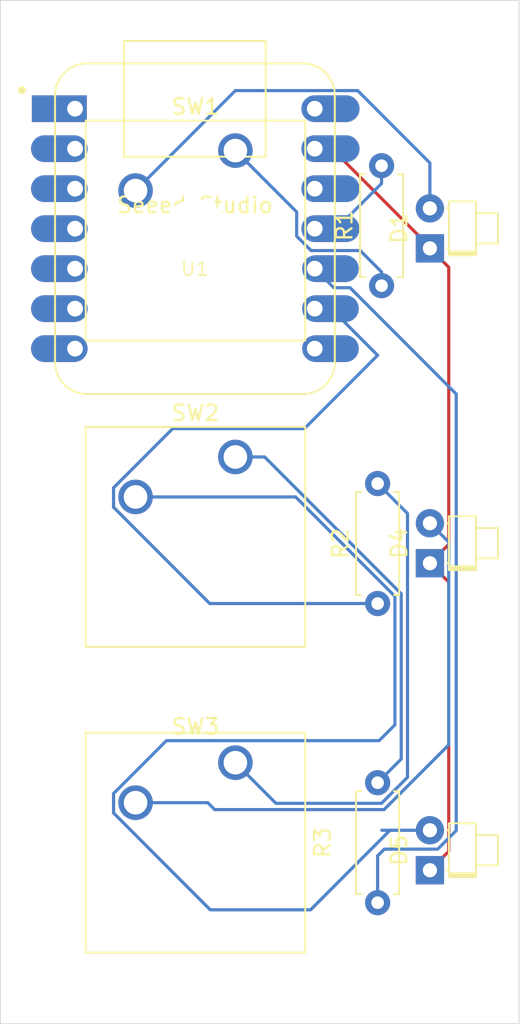
<source format=kicad_pcb>
(kicad_pcb (version 20240108) (generator "pcbnew") (generator_version "8.0")
  (layers (0 "F.Cu" signal) (31 "B.Cu" signal) (34 "B.Paste" user) (35 "F.Paste" user) (36 "B.SilkS" user "B.Silkscreen") (37 "F.SilkS" user "F.Silkscreen") (38 "B.Mask" user) (39 "F.Mask" user) (44 "Edge.Cuts" user))
  (net 0 "")
  (net 1 "GND")
  (net 2 "Net-(D1-A)")
  (net 3 "Net-(D4-A)")
  (net 4 "Net-(D5-A)")
  (net 5 "Net-(U1-PA6_A10_D10_MOSI)")
  (net 6 "Net-(R1-Pad1)")
  (net 7 "Net-(U1-PA7_A8_D8_SCK)")
  (net 8 "Net-(R2-Pad2)")
  (net 9 "Net-(U1-PA5_A9_D9_MISO)")
  (net 10 "Net-(R3-Pad2)")
  (footprint "Button_Switch_Keyboard:SW_Cherry_MX_1.00u_PCB" (layer "F.Cu") (at 147.45 79.5)
    (property "Reference" "SW2" (at -2.54 -2.794 0) (layer "F.SilkS"))
    (property "Value" "SW_Push")
    (fp_line (start -9.525 -1.905) (end 4.445 -1.905) (stroke (width 0.12)) (layer "F.SilkS"))
    (fp_line (start -9.525 12.065) (end -9.525 -1.905) (stroke (width 0.12)) (layer "F.SilkS"))
    (fp_line (start 4.445 -1.905) (end 4.445 12.065) (stroke (width 0.12)) (layer "F.SilkS"))
    (fp_line (start 4.445 12.065) (end -9.525 12.065) (stroke (width 0.12)) (layer "F.SilkS"))
    (pad "" np_thru_hole circle (at -7.62 5.08) (size 1.7 1.7) (drill 1.7) (layers "*.Cu" "*.Mask"))
    (pad "" np_thru_hole circle (at -2.54 5.08) (size 4 4) (drill 4) (layers "*.Cu" "*.Mask"))
    (pad "" np_thru_hole circle (at 2.54 5.08) (size 1.7 1.7) (drill 1.7) (layers "*.Cu" "*.Mask"))
    (pad "1" thru_hole circle (at 0 0) (size 2.2 2.2) (drill 1.5) (layers "*.Cu" "*.Mask") (net 10 "Net-(R3-Pad2)"))
    (pad "2" thru_hole circle (at -6.35 2.54) (size 2.2 2.2) (drill 1.5) (layers "*.Cu" "*.Mask") (net 4 "Net-(D5-A)"))
  )
  (footprint "Resistor_THT:R_Axial_DIN0207_L6.3mm_D2.5mm_P7.62mm_Horizontal" (layer "F.Cu") (at 156.75 68.62 90)
    (property "Reference" "R1" (at 3.81 -2.37 90) (layer "F.SilkS"))
    (property "Value" "R")
    (fp_line (start 7.08 -1.37) (end 7.08 -1.04) (stroke (width 0.12)) (layer "F.SilkS"))
    (fp_line (start 0.54 -1.37) (end 7.08 -1.37) (stroke (width 0.12)) (layer "F.SilkS"))
    (fp_line (start 0.54 -1.04) (end 0.54 -1.37) (stroke (width 0.12)) (layer "F.SilkS"))
    (fp_line (start 0.54 1.04) (end 0.54 1.37) (stroke (width 0.12)) (layer "F.SilkS"))
    (fp_line (start 7.08 1.37) (end 7.08 1.04) (stroke (width 0.12)) (layer "F.SilkS"))
    (fp_line (start 0.54 1.37) (end 7.08 1.37) (stroke (width 0.12)) (layer "F.SilkS"))
    (pad "1" thru_hole circle (at 0 0 90) (size 1.6 1.6) (drill 0.8) (layers "*.Cu" "*.Mask") (net 6 "Net-(R1-Pad1)"))
    (pad "2" thru_hole oval (at 7.62 0 90) (size 1.6 1.6) (drill 0.8) (layers "*.Cu" "*.Mask") (net 5 "Net-(U1-PA6_A10_D10_MOSI)"))
  )
  (footprint "Resistor_THT:R_Axial_DIN0207_L6.3mm_D2.5mm_P7.62mm_Horizontal" (layer "F.Cu") (at 156.5 88.81 90)
    (property "Reference" "R2" (at 3.81 -2.37 90) (layer "F.SilkS"))
    (property "Value" "R")
    (fp_line (start 7.08 -1.37) (end 7.08 -1.04) (stroke (width 0.12)) (layer "F.SilkS"))
    (fp_line (start 0.54 -1.37) (end 7.08 -1.37) (stroke (width 0.12)) (layer "F.SilkS"))
    (fp_line (start 0.54 -1.04) (end 0.54 -1.37) (stroke (width 0.12)) (layer "F.SilkS"))
    (fp_line (start 0.54 1.04) (end 0.54 1.37) (stroke (width 0.12)) (layer "F.SilkS"))
    (fp_line (start 7.08 1.37) (end 7.08 1.04) (stroke (width 0.12)) (layer "F.SilkS"))
    (fp_line (start 0.54 1.37) (end 7.08 1.37) (stroke (width 0.12)) (layer "F.SilkS"))
    (pad "1" thru_hole circle (at 0 0 90) (size 1.6 1.6) (drill 0.8) (layers "*.Cu" "*.Mask") (net 7 "Net-(U1-PA7_A8_D8_SCK)"))
    (pad "2" thru_hole oval (at 7.62 0 90) (size 1.6 1.6) (drill 0.8) (layers "*.Cu" "*.Mask") (net 8 "Net-(R2-Pad2)"))
  )
  (footprint "Button_Switch_Keyboard:SW_Cherry_MX_1.00u_PCB" (layer "F.Cu") (at 147.45 98.92)
    (property "Reference" "SW3" (at -2.54 -2.294 0) (layer "F.SilkS"))
    (property "Value" "SW_Push")
    (fp_line (start -9.525 -1.905) (end 4.445 -1.905) (stroke (width 0.12)) (layer "F.SilkS"))
    (fp_line (start -9.525 12.065) (end -9.525 -1.905) (stroke (width 0.12)) (layer "F.SilkS"))
    (fp_line (start 4.445 -1.905) (end 4.445 12.065) (stroke (width 0.12)) (layer "F.SilkS"))
    (fp_line (start 4.445 12.065) (end -9.525 12.065) (stroke (width 0.12)) (layer "F.SilkS"))
    (pad "" np_thru_hole circle (at -7.62 5.08) (size 1.7 1.7) (drill 1.7) (layers "*.Cu" "*.Mask"))
    (pad "" np_thru_hole circle (at -2.54 5.08) (size 4 4) (drill 4) (layers "*.Cu" "*.Mask"))
    (pad "" np_thru_hole circle (at 2.54 5.08) (size 1.7 1.7) (drill 1.7) (layers "*.Cu" "*.Mask"))
    (pad "1" thru_hole circle (at 0 0) (size 2.2 2.2) (drill 1.5) (layers "*.Cu" "*.Mask") (net 8 "Net-(R2-Pad2)"))
    (pad "2" thru_hole circle (at -6.35 2.54) (size 2.2 2.2) (drill 1.5) (layers "*.Cu" "*.Mask") (net 3 "Net-(D4-A)"))
  )
  (footprint "Button_Switch_Keyboard:SW_Cherry_MX_1.00u_PCB" (layer "F.Cu") (at 147.45 60.04)
    (property "Reference" "SW1" (at -2.54 -2.794 0) (layer "F.SilkS"))
    (property "Value" "SW_Push")
    (fp_line (start -9.525 -1.905) (end 4.445 -1.905) (stroke (width 0.12)) (layer "F.SilkS"))
    (fp_line (start -9.525 12.065) (end -9.525 -1.905) (stroke (width 0.12)) (layer "F.SilkS"))
    (fp_line (start 4.445 -1.905) (end 4.445 12.065) (stroke (width 0.12)) (layer "F.SilkS"))
    (fp_line (start 4.445 12.065) (end -9.525 12.065) (stroke (width 0.12)) (layer "F.SilkS"))
    (pad "" np_thru_hole circle (at -7.62 5.08) (size 1.7 1.7) (drill 1.7) (layers "*.Cu" "*.Mask"))
    (pad "" np_thru_hole circle (at -2.54 5.08) (size 4 4) (drill 4) (layers "*.Cu" "*.Mask"))
    (pad "" np_thru_hole circle (at 2.54 5.08) (size 1.7 1.7) (drill 1.7) (layers "*.Cu" "*.Mask"))
    (pad "1" thru_hole circle (at 0 0) (size 2.2 2.2) (drill 1.5) (layers "*.Cu" "*.Mask") (net 6 "Net-(R1-Pad1)"))
    (pad "2" thru_hole circle (at -6.35 2.54) (size 2.2 2.2) (drill 1.5) (layers "*.Cu" "*.Mask") (net 2 "Net-(D1-A)"))
  )
  (footprint "LED_THT:LED_D1.8mm_W1.8mm_H2.4mm_Horizontal_O1.27mm_Z8.2mm" (layer "F.Cu") (at 159.825 66.25 90)
    (property "Reference" "D1" (at 1.27 -1.96 90) (layer "F.SilkS"))
    (property "Value" "LED")
    (fp_line (start 2.54 1.08) (end 2.54 1.08) (stroke (width 0.12)) (layer "F.SilkS"))
    (fp_line (start 2.54 1.08) (end 2.54 1.21) (stroke (width 0.12)) (layer "F.SilkS"))
    (fp_line (start 0 1.08) (end 0 1.08) (stroke (width 0.12)) (layer "F.SilkS"))
    (fp_line (start 0 1.08) (end 0 1.21) (stroke (width 0.12)) (layer "F.SilkS"))
    (fp_line (start 2.98 1.21) (end -0.44 1.21) (stroke (width 0.12)) (layer "F.SilkS"))
    (fp_line (start 2.54 1.21) (end 2.54 1.08) (stroke (width 0.12)) (layer "F.SilkS"))
    (fp_line (start 2.54 1.21) (end 2.54 1.21) (stroke (width 0.12)) (layer "F.SilkS"))
    (fp_line (start 0 1.21) (end 0 1.08) (stroke (width 0.12)) (layer "F.SilkS"))
    (fp_line (start 0 1.21) (end 0 1.21) (stroke (width 0.12)) (layer "F.SilkS"))
    (fp_line (start -0.2 1.21) (end -0.2 2.93) (stroke (width 0.12)) (layer "F.SilkS"))
    (fp_line (start -0.32 1.21) (end -0.32 2.93) (stroke (width 0.12)) (layer "F.SilkS"))
    (fp_line (start -0.44 1.21) (end -0.44 2.93) (stroke (width 0.12)) (layer "F.SilkS"))
    (fp_line (start 2.98 2.93) (end 2.98 1.21) (stroke (width 0.12)) (layer "F.SilkS"))
    (fp_line (start 2.23 2.93) (end 0.31 2.93) (stroke (width 0.12)) (layer "F.SilkS"))
    (fp_line (start 0.31 2.93) (end 0.31 4.33) (stroke (width 0.12)) (layer "F.SilkS"))
    (fp_line (start -0.44 2.93) (end 2.98 2.93) (stroke (width 0.12)) (layer "F.SilkS"))
    (fp_line (start 2.23 4.33) (end 2.23 2.93) (stroke (width 0.12)) (layer "F.SilkS"))
    (fp_line (start 0.31 4.33) (end 2.23 4.33) (stroke (width 0.12)) (layer "F.SilkS"))
    (pad "1" thru_hole rect (at 0 0 90) (size 1.8 1.8) (drill 0.9) (layers "*.Cu" "*.Mask") (net 1 "GND"))
    (pad "2" thru_hole circle (at 2.54 0 90) (size 1.8 1.8) (drill 0.9) (layers "*.Cu" "*.Mask") (net 2 "Net-(D1-A)"))
  )
  (footprint "LED_THT:LED_D1.8mm_W1.8mm_H2.4mm_Horizontal_O1.27mm_Z8.2mm" (layer "F.Cu") (at 159.825 105.75 90)
    (property "Reference" "D5" (at 1.27 -1.96 90) (layer "F.SilkS"))
    (property "Value" "LED")
    (fp_line (start 2.54 1.08) (end 2.54 1.08) (stroke (width 0.12)) (layer "F.SilkS"))
    (fp_line (start 2.54 1.08) (end 2.54 1.21) (stroke (width 0.12)) (layer "F.SilkS"))
    (fp_line (start 0 1.08) (end 0 1.08) (stroke (width 0.12)) (layer "F.SilkS"))
    (fp_line (start 0 1.08) (end 0 1.21) (stroke (width 0.12)) (layer "F.SilkS"))
    (fp_line (start 2.98 1.21) (end -0.44 1.21) (stroke (width 0.12)) (layer "F.SilkS"))
    (fp_line (start 2.54 1.21) (end 2.54 1.08) (stroke (width 0.12)) (layer "F.SilkS"))
    (fp_line (start 2.54 1.21) (end 2.54 1.21) (stroke (width 0.12)) (layer "F.SilkS"))
    (fp_line (start 0 1.21) (end 0 1.08) (stroke (width 0.12)) (layer "F.SilkS"))
    (fp_line (start 0 1.21) (end 0 1.21) (stroke (width 0.12)) (layer "F.SilkS"))
    (fp_line (start -0.2 1.21) (end -0.2 2.93) (stroke (width 0.12)) (layer "F.SilkS"))
    (fp_line (start -0.32 1.21) (end -0.32 2.93) (stroke (width 0.12)) (layer "F.SilkS"))
    (fp_line (start -0.44 1.21) (end -0.44 2.93) (stroke (width 0.12)) (layer "F.SilkS"))
    (fp_line (start 2.98 2.93) (end 2.98 1.21) (stroke (width 0.12)) (layer "F.SilkS"))
    (fp_line (start 2.23 2.93) (end 0.31 2.93) (stroke (width 0.12)) (layer "F.SilkS"))
    (fp_line (start 0.31 2.93) (end 0.31 4.33) (stroke (width 0.12)) (layer "F.SilkS"))
    (fp_line (start -0.44 2.93) (end 2.98 2.93) (stroke (width 0.12)) (layer "F.SilkS"))
    (fp_line (start 2.23 4.33) (end 2.23 2.93) (stroke (width 0.12)) (layer "F.SilkS"))
    (fp_line (start 0.31 4.33) (end 2.23 4.33) (stroke (width 0.12)) (layer "F.SilkS"))
    (pad "1" thru_hole rect (at 0 0 90) (size 1.8 1.8) (drill 0.9) (layers "*.Cu" "*.Mask") (net 1 "GND"))
    (pad "2" thru_hole circle (at 2.54 0 90) (size 1.8 1.8) (drill 0.9) (layers "*.Cu" "*.Mask") (net 4 "Net-(D5-A)"))
  )
  (footprint "footprints:XIAO-Generic-Hybrid-14P-2.54-21X17.8MM" (layer "F.Cu") (at 144.875 65)
    (property "Reference" "U1" (at 0 2.54 0) (layer "F.SilkS") (effects (font (size 0.889 0.889) (thickness 0.1016))))
    (property "Value" "Seeed Studio XIAO SAMD21" (hide yes))
    (fp_line (start -8.9 -8.5) (end -8.9 8.5) (stroke (width 0.127)) (layer "F.SilkS"))
    (fp_line (start -6.9 10.5) (end 6.9 10.5) (stroke (width 0.127)) (layer "F.SilkS"))
    (fp_line (start -4.5 -11.92403) (end 4.5 -11.92403) (stroke (width 0.127)) (layer "F.SilkS"))
    (fp_line (start -4.5 -4.57073) (end -4.5 -11.92403) (stroke (width 0.127)) (layer "F.SilkS"))
    (fp_line (start 4.5 -11.92403) (end 4.5 -4.57073) (stroke (width 0.127)) (layer "F.SilkS"))
    (fp_line (start 4.5 -4.57073) (end -4.5 -4.57073) (stroke (width 0.127)) (layer "F.SilkS"))
    (fp_line (start 6.9 -10.49909) (end -6.9 -10.49909) (stroke (width 0.127)) (layer "F.SilkS"))
    (fp_line (start 8.9 8.5) (end 8.9 -8.5) (stroke (width 0.127)) (layer "F.SilkS"))
    (fp_arc (start -8.9 -8.5) (mid -8.301491 -9.901491) (end -6.9 -10.5) (stroke (width 0.12)) (layer "F.SilkS"))
    (fp_arc (start -6.9 10.5) (mid -8.301423 9.901423) (end -8.9 8.5) (stroke (width 0.12)) (layer "F.SilkS"))
    (fp_arc (start 6.9 -10.5) (mid 8.301492 -9.901492) (end 8.9 -8.5) (stroke (width 0.12)) (layer "F.SilkS"))
    (fp_arc (start 8.9 8.5) (mid 8.314214 9.914214) (end 6.9 10.5) (stroke (width 0.12)) (layer "F.SilkS"))
    (fp_circle (center -11 -8.8) (end -11 -9.054) (fill solid) (layer "F.SilkS"))
    (fp_poly (pts (xy -8.887715 -8.561705) (xy -8.884667 -8.610473) (xy -8.880603 -8.659494)) (stroke (width 0.0254)) (fill none) (layer "F.SilkS"))
    (fp_poly (pts (xy 8.889492 8.521574) (xy 8.887713 8.57085) (xy 8.884665 8.619618) (xy 8.880601 8.668639) (xy 8.875268 8.717407) (xy 8.868664 8.766175) (xy 8.861044 8.81469) (xy 8.852153 8.86295) (xy 8.842248 8.910955)) (stroke (width 0.0254)) (fill none) (layer "F.SilkS"))
    (fp_text user "XIAO" (at 0 0.5 0) (layer "F.SilkS"))
    (fp_text user "Seeed Studio" (at 0 -1.5 0) (layer "F.SilkS"))
    (pad "1" thru_hole rect (at -7.625 -7.62) (size 3.5 1.7) (drill 1 (offset -1 0)) (layers "*.Cu" "*.Mask"))
    (pad "2" thru_hole oval (at -7.625 -5.08) (size 3.6 1.7) (drill 1 (offset -1 0)) (layers "*.Cu" "*.Mask"))
    (pad "3" thru_hole oval (at -7.625 -2.54) (size 3.6 1.7) (drill 1 (offset -1 0)) (layers "*.Cu" "*.Mask"))
    (pad "4" thru_hole oval (at -7.625 0) (size 3.6 1.7) (drill 1 (offset -1 0)) (layers "*.Cu" "*.Mask"))
    (pad "5" thru_hole oval (at -7.625 2.54) (size 3.6 1.7) (drill 1 (offset -1 0)) (layers "*.Cu" "*.Mask"))
    (pad "6" thru_hole oval (at -7.625 5.08 180) (size 3.6 1.7) (drill 1 (offset 1 0)) (layers "*.Cu" "*.Mask"))
    (pad "7" thru_hole oval (at -7.625 7.62) (size 3.6 1.7) (drill 1 (offset -1 0)) (layers "*.Cu" "*.Mask"))
    (pad "8" thru_hole oval (at 7.625 7.62) (size 3.6 1.7) (drill 1 (offset 1 0)) (layers "*.Cu" "*.Mask"))
    (pad "9" thru_hole oval (at 7.625 5.08) (size 3.6 1.7) (drill 1 (offset 1 0)) (layers "*.Cu" "*.Mask") (net 7 "Net-(U1-PA7_A8_D8_SCK)"))
    (pad "10" thru_hole oval (at 7.625 2.54) (size 3.6 1.7) (drill 1 (offset 1 0)) (layers "*.Cu" "*.Mask") (net 9 "Net-(U1-PA5_A9_D9_MISO)"))
    (pad "11" thru_hole oval (at 7.625 0) (size 3.7 1.7) (drill 1 (offset 1 0)) (layers "*.Cu" "*.Mask") (net 5 "Net-(U1-PA6_A10_D10_MOSI)"))
    (pad "12" thru_hole oval (at 7.625 -2.54) (size 3.7 1.7) (drill 1 (offset 1 0)) (layers "*.Cu" "*.Mask"))
    (pad "13" thru_hole oval (at 7.625 -5.08) (size 3.7 1.7) (drill 1 (offset 1 0)) (layers "*.Cu" "*.Mask") (net 1 "GND"))
    (pad "14" thru_hole oval (at 7.625 -7.62) (size 3.7 1.7) (drill 1 (offset 1 0)) (layers "*.Cu" "*.Mask"))
  )
  (footprint "LED_THT:LED_D1.8mm_W1.8mm_H2.4mm_Horizontal_O1.27mm_Z8.2mm" (layer "F.Cu") (at 159.825 86.25 90)
    (property "Reference" "D4" (at 1.27 -1.96 90) (layer "F.SilkS"))
    (property "Value" "LED")
    (fp_line (start 2.54 1.08) (end 2.54 1.08) (stroke (width 0.12)) (layer "F.SilkS"))
    (fp_line (start 2.54 1.08) (end 2.54 1.21) (stroke (width 0.12)) (layer "F.SilkS"))
    (fp_line (start 0 1.08) (end 0 1.08) (stroke (width 0.12)) (layer "F.SilkS"))
    (fp_line (start 0 1.08) (end 0 1.21) (stroke (width 0.12)) (layer "F.SilkS"))
    (fp_line (start 2.98 1.21) (end -0.44 1.21) (stroke (width 0.12)) (layer "F.SilkS"))
    (fp_line (start 2.54 1.21) (end 2.54 1.08) (stroke (width 0.12)) (layer "F.SilkS"))
    (fp_line (start 2.54 1.21) (end 2.54 1.21) (stroke (width 0.12)) (layer "F.SilkS"))
    (fp_line (start 0 1.21) (end 0 1.08) (stroke (width 0.12)) (layer "F.SilkS"))
    (fp_line (start 0 1.21) (end 0 1.21) (stroke (width 0.12)) (layer "F.SilkS"))
    (fp_line (start -0.2 1.21) (end -0.2 2.93) (stroke (width 0.12)) (layer "F.SilkS"))
    (fp_line (start -0.32 1.21) (end -0.32 2.93) (stroke (width 0.12)) (layer "F.SilkS"))
    (fp_line (start -0.44 1.21) (end -0.44 2.93) (stroke (width 0.12)) (layer "F.SilkS"))
    (fp_line (start 2.98 2.93) (end 2.98 1.21) (stroke (width 0.12)) (layer "F.SilkS"))
    (fp_line (start 2.23 2.93) (end 0.31 2.93) (stroke (width 0.12)) (layer "F.SilkS"))
    (fp_line (start 0.31 2.93) (end 0.31 4.33) (stroke (width 0.12)) (layer "F.SilkS"))
    (fp_line (start -0.44 2.93) (end 2.98 2.93) (stroke (width 0.12)) (layer "F.SilkS"))
    (fp_line (start 2.23 4.33) (end 2.23 2.93) (stroke (width 0.12)) (layer "F.SilkS"))
    (fp_line (start 0.31 4.33) (end 2.23 4.33) (stroke (width 0.12)) (layer "F.SilkS"))
    (pad "1" thru_hole rect (at 0 0 90) (size 1.8 1.8) (drill 0.9) (layers "*.Cu" "*.Mask") (net 1 "GND"))
    (pad "2" thru_hole circle (at 2.54 0 90) (size 1.8 1.8) (drill 0.9) (layers "*.Cu" "*.Mask") (net 3 "Net-(D4-A)"))
  )
  (footprint "Resistor_THT:R_Axial_DIN0207_L6.3mm_D2.5mm_P7.62mm_Horizontal" (layer "F.Cu") (at 156.5 107.81 90)
    (property "Reference" "R3" (at 3.81 -3.5 90) (layer "F.SilkS"))
    (property "Value" "R")
    (fp_line (start 7.08 -1.37) (end 7.08 -1.04) (stroke (width 0.12)) (layer "F.SilkS"))
    (fp_line (start 0.54 -1.37) (end 7.08 -1.37) (stroke (width 0.12)) (layer "F.SilkS"))
    (fp_line (start 0.54 -1.04) (end 0.54 -1.37) (stroke (width 0.12)) (layer "F.SilkS"))
    (fp_line (start 0.54 1.04) (end 0.54 1.37) (stroke (width 0.12)) (layer "F.SilkS"))
    (fp_line (start 7.08 1.37) (end 7.08 1.04) (stroke (width 0.12)) (layer "F.SilkS"))
    (fp_line (start 0.54 1.37) (end 7.08 1.37) (stroke (width 0.12)) (layer "F.SilkS"))
    (pad "1" thru_hole circle (at 0 0 90) (size 1.6 1.6) (drill 0.8) (layers "*.Cu" "*.Mask") (net 9 "Net-(U1-PA5_A9_D9_MISO)"))
    (pad "2" thru_hole oval (at 7.62 0 90) (size 1.6 1.6) (drill 0.8) (layers "*.Cu" "*.Mask") (net 10 "Net-(R3-Pad2)"))
  )
  (gr_rect (start 132.5 50.5) (end 165.5 115.5) (stroke (width 0.05)) (fill none) (layer "Edge.Cuts"))
  (segment (start 159.825 86.25) (end 159.825 86.4) (width 0.2) (layer "F.Cu") (net 1))
  (segment (start 161.025 67.45) (end 161.025 85.05) (width 0.2) (layer "F.Cu") (net 1))
  (segment (start 161.025 85.05) (end 159.825 86.25) (width 0.2) (layer "F.Cu") (net 1))
  (segment (start 152.5 59.92) (end 153.586346 59.92) (width 0.2) (layer "F.Cu") (net 1))
  (segment (start 159.825 66.158654) (end 159.825 66.25) (width 0.2) (layer "F.Cu") (net 1))
  (segment (start 153.586346 59.92) (end 159.825 66.158654) (width 0.2) (layer "F.Cu") (net 1))
  (segment (start 159.825 66.25) (end 161.025 67.45) (width 0.2) (layer "F.Cu") (net 1))
  (segment (start 161.025 104.55) (end 159.825 105.75) (width 0.2) (layer "F.Cu") (net 1))
  (segment (start 161.025 87.45) (end 161.025 104.55) (width 0.2) (layer "F.Cu") (net 1))
  (segment (start 159.825 86.25) (end 161.025 87.45) (width 0.2) (layer "F.Cu") (net 1))
  (segment (start 152.5 59.92) (end 153.02 59.4) (width 0.2) (layer "B.Cu") (net 1))
  (segment (start 141.1 62.58) (end 147.45 56.23) (width 0.2) (layer "B.Cu") (net 2))
  (segment (start 155.23 56.23) (end 159.825 60.825) (width 0.2) (layer "B.Cu") (net 2))
  (segment (start 147.45 56.23) (end 155.23 56.23) (width 0.2) (layer "B.Cu") (net 2))
  (segment (start 159.825 60.825) (end 159.825 63.71) (width 0.2) (layer "B.Cu") (net 2))
  (segment (start 145.693402 101.46) (end 141.1 101.46) (width 0.2) (layer "B.Cu") (net 3))
  (segment (start 161.025 84.91) (end 161.025 97.786321) (width 0.2) (layer "B.Cu") (net 3))
  (segment (start 156.911321 101.9) (end 146.133402 101.9) (width 0.2) (layer "B.Cu") (net 3))
  (segment (start 159.825 83.71) (end 161.025 84.91) (width 0.2) (layer "B.Cu") (net 3))
  (segment (start 146.133402 101.9) (end 145.693402 101.46) (width 0.2) (layer "B.Cu") (net 3))
  (segment (start 161.025 97.786321) (end 156.911321 101.9) (width 0.2) (layer "B.Cu") (net 3))
  (segment (start 157.6 88.354365) (end 157.6 96.515686) (width 0.2) (layer "B.Cu") (net 4))
  (segment (start 143.060101 97.52) (end 139.7 100.880101) (width 0.2) (layer "B.Cu") (net 4))
  (segment (start 151.285635 82.04) (end 157.6 88.354365) (width 0.2) (layer "B.Cu") (net 4))
  (segment (start 152.234365 108.265635) (end 157.29 103.21) (width 0.2) (layer "B.Cu") (net 4))
  (segment (start 139.7 100.880101) (end 139.7 102.113402) (width 0.2) (layer "B.Cu") (net 4))
  (segment (start 139.7 102.113402) (end 145.852233 108.265635) (width 0.2) (layer "B.Cu") (net 4))
  (segment (start 145.852233 108.265635) (end 152.234365 108.265635) (width 0.2) (layer "B.Cu") (net 4))
  (segment (start 141.1 82.04) (end 151.285635 82.04) (width 0.2) (layer "B.Cu") (net 4))
  (segment (start 157.6 96.515686) (end 156.595686 97.52) (width 0.2) (layer "B.Cu") (net 4))
  (segment (start 156.595686 97.52) (end 143.060101 97.52) (width 0.2) (layer "B.Cu") (net 4))
  (segment (start 159.825 103.21) (end 156.762944 103.21) (width 0.2) (layer "B.Cu") (net 4))
  (segment (start 157.29 103.21) (end 159.825 103.21) (width 0.2) (layer "B.Cu") (net 4))
  (segment (start 153.88137 65) (end 152.5 65) (width 0.2) (layer "B.Cu") (net 5))
  (segment (start 156.75 61) (end 156.75 62.13137) (width 0.2) (layer "B.Cu") (net 5))
  (segment (start 152.5 65) (end 154.074365 65) (width 0.2) (layer "B.Cu") (net 5))
  (segment (start 156.75 62.13137) (end 153.88137 65) (width 0.2) (layer "B.Cu") (net 5))
  (segment (start 151.35 65.476346) (end 152.263654 66.39) (width 0.2) (layer "B.Cu") (net 6))
  (segment (start 147.45 60.04) (end 151.35 63.94) (width 0.2) (layer "B.Cu") (net 6))
  (segment (start 152.263654 66.39) (end 155.39 66.39) (width 0.2) (layer "B.Cu") (net 6))
  (segment (start 155.39 66.39) (end 156.75 67.75) (width 0.2) (layer "B.Cu") (net 6))
  (segment (start 156.75 67.75) (end 156.75 68.62) (width 0.2) (layer "B.Cu") (net 6))
  (segment (start 151.35 63.94) (end 151.35 65.476346) (width 0.2) (layer "B.Cu") (net 6))
  (segment (start 139.7 82.693402) (end 145.816598 88.81) (width 0.2) (layer "B.Cu") (net 7))
  (segment (start 139.7 81.460101) (end 139.7 82.693402) (width 0.2) (layer "B.Cu") (net 7))
  (segment (start 143.460101 77.7) (end 139.7 81.460101) (width 0.2) (layer "B.Cu") (net 7))
  (segment (start 153.536346 70.08) (end 156.5 73.043654) (width 0.2) (layer "B.Cu") (net 7))
  (segment (start 152.5 70.08) (end 153.536346 70.08) (width 0.2) (layer "B.Cu") (net 7))
  (segment (start 151.843654 77.7) (end 143.460101 77.7) (width 0.2) (layer "B.Cu") (net 7))
  (segment (start 156.5 73.043654) (end 151.843654 77.7) (width 0.2) (layer "B.Cu") (net 7))
  (segment (start 145.816598 88.81) (end 156.5 88.81) (width 0.2) (layer "B.Cu") (net 7))
  (segment (start 158.4 99.845635) (end 156.745635 101.5) (width 0.2) (layer "B.Cu") (net 8))
  (segment (start 150.03 101.5) (end 147.45 98.92) (width 0.2) (layer "B.Cu") (net 8))
  (segment (start 156.745635 101.5) (end 150.03 101.5) (width 0.2) (layer "B.Cu") (net 8))
  (segment (start 158.4 83.09) (end 158.4 99.845635) (width 0.2) (layer "B.Cu") (net 8))
  (segment (start 156.5 81.19) (end 158.4 83.09) (width 0.2) (layer "B.Cu") (net 8))
  (segment (start 160.322057 104.41) (end 156.927943 104.41) (width 0.2) (layer "B.Cu") (net 9))
  (segment (start 161.5 75.503654) (end 161.5 103.232057) (width 0.2) (layer "B.Cu") (net 9))
  (segment (start 153.711827 68.751827) (end 154.748173 68.751827) (width 0.2) (layer "B.Cu") (net 9))
  (segment (start 161.5 103.232057) (end 160.322057 104.41) (width 0.2) (layer "B.Cu") (net 9))
  (segment (start 156.5 104.837943) (end 156.5 107.81) (width 0.2) (layer "B.Cu") (net 9))
  (segment (start 154.748173 68.751827) (end 161.5 75.503654) (width 0.2) (layer "B.Cu") (net 9))
  (segment (start 156.927943 104.41) (end 156.5 104.837943) (width 0.2) (layer "B.Cu") (net 9))
  (segment (start 152.5 67.54) (end 153.711827 68.751827) (width 0.2) (layer "B.Cu") (net 9))
  (segment (start 158 98.69) (end 156.5 100.19) (width 0.2) (layer "B.Cu") (net 10))
  (segment (start 147.45 79.5) (end 149.311321 79.5) (width 0.2) (layer "B.Cu") (net 10))
  (segment (start 149.311321 79.5) (end 158 88.188679) (width 0.2) (layer "B.Cu") (net 10))
  (segment (start 158 88.188679) (end 158 98.69) (width 0.2) (layer "B.Cu") (net 10))
)
</source>
